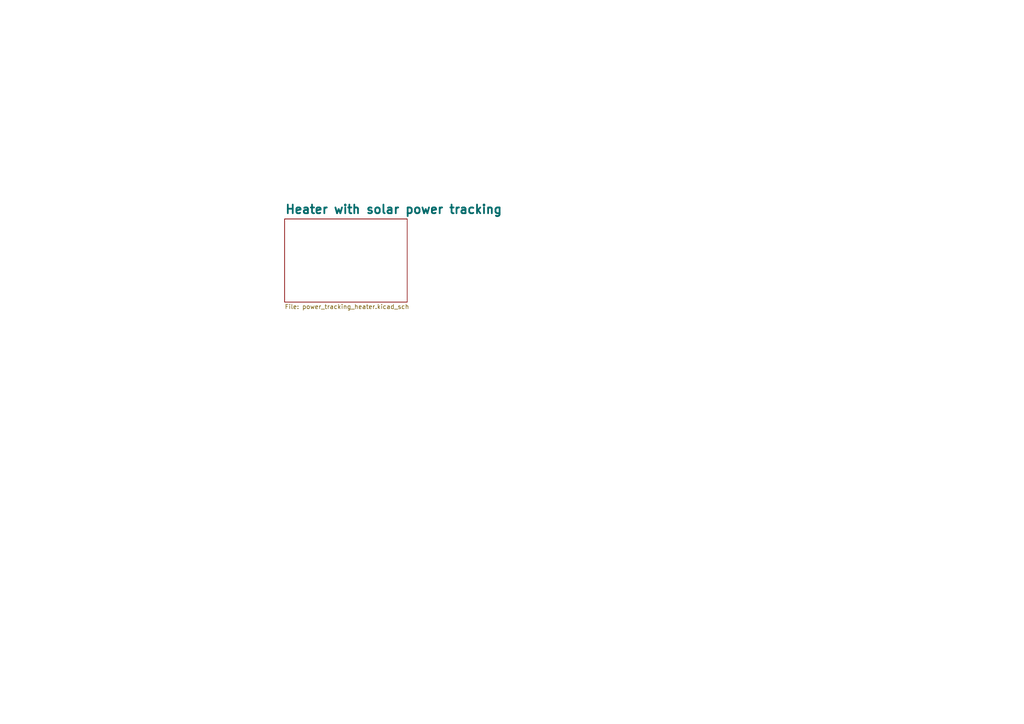
<source format=kicad_sch>
(kicad_sch
	(version 20231120)
	(generator "eeschema")
	(generator_version "8.0")
	(uuid "7b59bc46-701c-4caa-9db8-f0eec290561d")
	(paper "A4")
	(lib_symbols)
	(sheet
		(at 82.55 63.5)
		(size 35.56 24.13)
		(fields_autoplaced yes)
		(stroke
			(width 0.1524)
			(type solid)
		)
		(fill
			(color 0 0 0 0.0000)
		)
		(uuid "5708feb1-aa6a-4b62-bc86-35f6572d752c")
		(property "Sheetname" "Heater with solar power tracking"
			(at 82.55 62.1734 0)
			(effects
				(font
					(size 2.5 2.5)
					(bold yes)
				)
				(justify left bottom)
			)
		)
		(property "Sheetfile" "power_tracking_heater.kicad_sch"
			(at 82.55 88.2146 0)
			(effects
				(font
					(size 1.27 1.27)
				)
				(justify left top)
			)
		)
		(instances
			(project "Power_tracking_heaterP"
				(path "/7b59bc46-701c-4caa-9db8-f0eec290561d"
					(page "6")
				)
			)
		)
	)
	(sheet_instances
		(path "/"
			(page "1")
		)
	)
)
</source>
